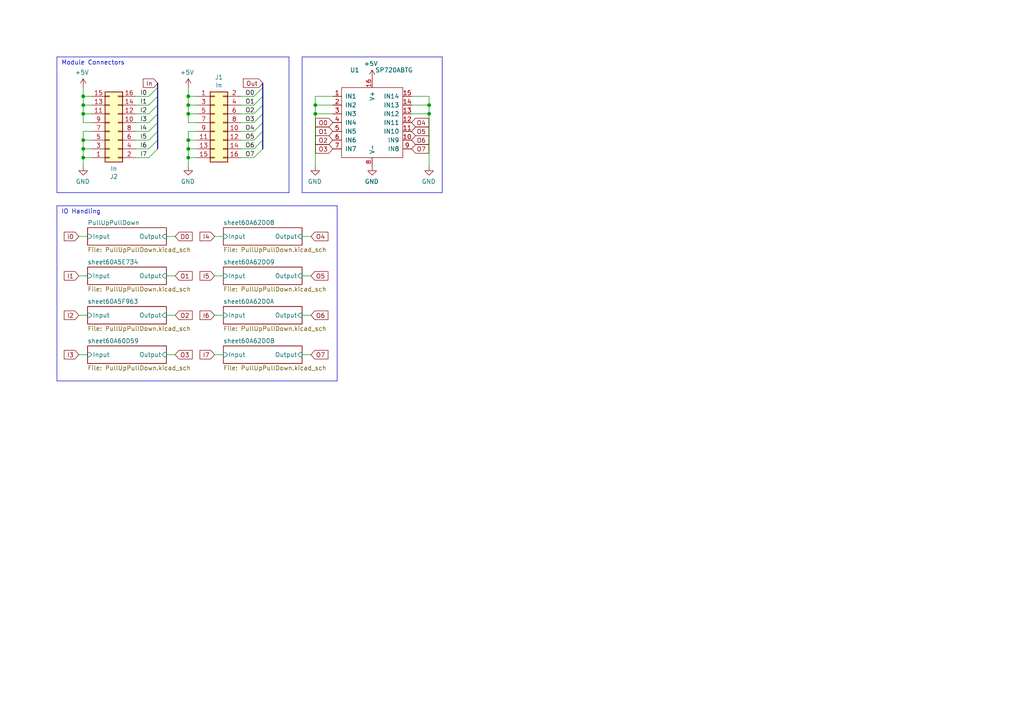
<source format=kicad_sch>
(kicad_sch (version 20230121) (generator eeschema)
  (paper "A4")
  (title_block (title "KTANE Physical Edition - Pull Up/Down Module") (date "2021-04-17") (rev "1") (company "Designed by Melair") (comment 1 "Port module for control board, with pull up, pull down, tvs and optional output resistance."))
  (lib_symbols
    (symbol "Connector_Generic:Conn_02x08_Odd_Even" (pin_names (offset 1.016) hide)
      (property "Reference" "J" (at 1.27 10.16 0))
      (property "Value" "Conn_02x08_Odd_Even" (at 1.27 -12.7 0))
      (symbol "Conn_02x08_Odd_Even_1_1"
        (rectangle (start -1.27 -10.033) (end 0 -10.287) (stroke (width 0.1524)))
        (rectangle (start -1.27 -7.493) (end 0 -7.747) (stroke (width 0.1524)))
        (rectangle (start -1.27 -4.953) (end 0 -5.207) (stroke (width 0.1524)))
        (rectangle (start -1.27 -2.413) (end 0 -2.667) (stroke (width 0.1524)))
        (rectangle (start -1.27 0.127) (end 0 -0.127) (stroke (width 0.1524)))
        (rectangle (start -1.27 2.667) (end 0 2.413) (stroke (width 0.1524)))
        (rectangle (start -1.27 5.207) (end 0 4.953) (stroke (width 0.1524)))
        (rectangle (start -1.27 7.747) (end 0 7.493) (stroke (width 0.1524)))
        (rectangle (start -1.27 8.89) (end 3.81 -11.43) (stroke (width 0.254)) (fill (type background)))
        (rectangle (start 3.81 -10.033) (end 2.54 -10.287) (stroke (width 0.1524)))
        (rectangle (start 3.81 -7.493) (end 2.54 -7.747) (stroke (width 0.1524)))
        (rectangle (start 3.81 -4.953) (end 2.54 -5.207) (stroke (width 0.1524)))
        (rectangle (start 3.81 -2.413) (end 2.54 -2.667) (stroke (width 0.1524)))
        (rectangle (start 3.81 0.127) (end 2.54 -0.127) (stroke (width 0.1524)))
        (rectangle (start 3.81 2.667) (end 2.54 2.413) (stroke (width 0.1524)))
        (rectangle (start 3.81 5.207) (end 2.54 4.953) (stroke (width 0.1524)))
        (rectangle (start 3.81 7.747) (end 2.54 7.493) (stroke (width 0.1524)))
        (pin passive line (at -5.08 7.62 0) (length 3.81) (name "Pin_1") (number "1"))
        (pin passive line (at 7.62 -2.54 180) (length 3.81) (name "Pin_10") (number "10"))
        (pin passive line (at -5.08 -5.08 0) (length 3.81) (name "Pin_11") (number "11"))
        (pin passive line (at 7.62 -5.08 180) (length 3.81) (name "Pin_12") (number "12"))
        (pin passive line (at -5.08 -7.62 0) (length 3.81) (name "Pin_13") (number "13"))
        (pin passive line (at 7.62 -7.62 180) (length 3.81) (name "Pin_14") (number "14"))
        (pin passive line (at -5.08 -10.16 0) (length 3.81) (name "Pin_15") (number "15"))
        (pin passive line (at 7.62 -10.16 180) (length 3.81) (name "Pin_16") (number "16"))
        (pin passive line (at 7.62 7.62 180) (length 3.81) (name "Pin_2") (number "2"))
        (pin passive line (at -5.08 5.08 0) (length 3.81) (name "Pin_3") (number "3"))
        (pin passive line (at 7.62 5.08 180) (length 3.81) (name "Pin_4") (number "4"))
        (pin passive line (at -5.08 2.54 0) (length 3.81) (name "Pin_5") (number "5"))
        (pin passive line (at 7.62 2.54 180) (length 3.81) (name "Pin_6") (number "6"))
        (pin passive line (at -5.08 0 0) (length 3.81) (name "Pin_7") (number "7"))
        (pin passive line (at 7.62 0 180) (length 3.81) (name "Pin_8") (number "8"))
        (pin passive line (at -5.08 -2.54 0) (length 3.81) (name "Pin_9") (number "9"))
      )
    )
    (symbol "KTANE:SP720ABTG" (pin_names (offset 1.016))
      (property "Reference" "U" (at -7.62 11.43 0))
      (property "Value" "SP720ABTG" (at 7.62 11.43 0))
      (symbol "SP720ABTG_0_1"
        (rectangle (start -8.89 10.16) (end 8.89 -10.16))
      )
      (symbol "SP720ABTG_1_1"
        (pin input line (at -11.43 7.62 0) (length 2.54) (name "IN1") (number "1"))
        (pin input line (at 11.43 -5.08 180) (length 2.54) (name "IN9") (number "10"))
        (pin input line (at 11.43 -2.54 180) (length 2.54) (name "IN10") (number "11"))
        (pin input line (at 11.43 0 180) (length 2.54) (name "IN11") (number "12"))
        (pin input line (at 11.43 2.54 180) (length 2.54) (name "IN12") (number "13"))
        (pin input line (at 11.43 5.08 180) (length 2.54) (name "IN13") (number "14"))
        (pin input line (at 11.43 7.62 180) (length 2.54) (name "IN14") (number "15"))
        (pin power_in line (at 0 12.7 270) (length 2.54) (name "V+") (number "16"))
        (pin input line (at -11.43 5.08 0) (length 2.54) (name "IN2") (number "2"))
        (pin input line (at -11.43 2.54 0) (length 2.54) (name "IN3") (number "3"))
        (pin input line (at -11.43 0 0) (length 2.54) (name "IN4") (number "4"))
        (pin input line (at -11.43 -2.54 0) (length 2.54) (name "IN5") (number "5"))
        (pin input line (at -11.43 -5.08 0) (length 2.54) (name "IN6") (number "6"))
        (pin input line (at -11.43 -7.62 0) (length 2.54) (name "IN7") (number "7"))
        (pin power_in line (at 0 -12.7 90) (length 2.54) (name "V-") (number "8"))
        (pin input line (at 11.43 -7.62 180) (length 2.54) (name "IN8") (number "9"))
      )
    )
    (symbol "power:+5V" (power) (pin_names (offset 0))
      (property "Value" "+5V" (at 0 3.556 0))
      (symbol "+5V_0_1"
        (polyline (pts (xy -0.762 1.27) (xy 0 2.54)))
        (polyline (pts (xy 0 0) (xy 0 2.54)))
        (polyline (pts (xy 0 2.54) (xy 0.762 1.27)))
      )
      (symbol "+5V_1_1"
        (pin power_in line (at 0 0 90) (length 0) hide (name "+5V") (number "1"))
      )
    )
    (symbol "power:GND" (power) (pin_names (offset 0))
      (property "Value" "GND" (at 0 -3.81 0))
      (symbol "GND_0_1"
        (polyline (pts (xy 0 0) (xy 0 -1.27) (xy 1.27 -1.27) (xy 0 -2.54) (xy -1.27 -1.27) (xy 0 -1.27)))
      )
      (symbol "GND_1_1"
        (pin power_in line (at 0 0 270) (length 0) hide (name "GND") (number "1"))
      )
    )
  )
  (junction (at 54.61 40.64))
  (junction (at 91.44 30.48))
  (junction (at 124.46 33.02))
  (junction (at 54.61 33.02))
  (junction (at 54.61 30.48))
  (junction (at 24.13 40.64))
  (junction (at 24.13 27.94))
  (junction (at 24.13 33.02))
  (junction (at 24.13 45.72))
  (junction (at 54.61 43.18))
  (junction (at 91.44 33.02))
  (junction (at 24.13 30.48))
  (junction (at 54.61 27.94))
  (junction (at 24.13 43.18))
  (junction (at 54.61 45.72))
  (junction (at 124.46 30.48))
  (bus_entry (at 76.2 38.1) (size -2.54 2.54))
  (bus_entry (at 45.72 33.02) (size -2.54 2.54))
  (bus_entry (at 76.2 25.4) (size -2.54 2.54))
  (bus_entry (at 45.72 35.56) (size -2.54 2.54))
  (bus_entry (at 45.72 40.64) (size -2.54 2.54))
  (bus_entry (at 45.72 30.48) (size -2.54 2.54))
  (bus_entry (at 45.72 38.1) (size -2.54 2.54))
  (bus_entry (at 45.72 27.94) (size -2.54 2.54))
  (bus_entry (at 76.2 40.64) (size -2.54 2.54))
  (bus_entry (at 45.72 43.18) (size -2.54 2.54))
  (bus_entry (at 76.2 33.02) (size -2.54 2.54))
  (bus_entry (at 45.72 25.4) (size -2.54 2.54))
  (bus_entry (at 76.2 43.18) (size -2.54 2.54))
  (bus_entry (at 76.2 27.94) (size -2.54 2.54))
  (bus_entry (at 76.2 35.56) (size -2.54 2.54))
  (bus_entry (at 76.2 30.48) (size -2.54 2.54))
  (wire (pts (xy 69.85 40.64) (xy 73.66 40.64)))
  (wire (pts (xy 48.26 80.01) (xy 50.8 80.01)))
  (wire (pts (xy 57.15 38.1) (xy 54.61 38.1)))
  (wire (pts (xy 24.13 33.02) (xy 24.13 30.48)))
  (wire (pts (xy 57.15 33.02) (xy 54.61 33.02)))
  (bus (pts (xy 45.72 35.56) (xy 45.72 38.1)))
  (wire (pts (xy 62.23 102.87) (xy 64.77 102.87)))
  (wire (pts (xy 124.46 33.02) (xy 124.46 48.26)))
  (wire (pts (xy 119.38 30.48) (xy 124.46 30.48)))
  (wire (pts (xy 26.67 38.1) (xy 24.13 38.1)))
  (wire (pts (xy 24.13 27.94) (xy 24.13 25.4)))
  (bus (pts (xy 45.72 30.48) (xy 45.72 33.02)))
  (wire (pts (xy 43.18 38.1) (xy 39.37 38.1)))
  (bus (pts (xy 45.72 33.02) (xy 45.72 35.56)))
  (wire (pts (xy 43.18 33.02) (xy 39.37 33.02)))
  (bus (pts (xy 45.72 25.4) (xy 45.72 27.94)))
  (bus (pts (xy 76.2 30.48) (xy 76.2 33.02)))
  (wire (pts (xy 91.44 27.94) (xy 91.44 30.48)))
  (wire (pts (xy 57.15 45.72) (xy 54.61 45.72)))
  (wire (pts (xy 54.61 33.02) (xy 54.61 30.48)))
  (wire (pts (xy 39.37 35.56) (xy 43.18 35.56)))
  (bus (pts (xy 76.2 38.1) (xy 76.2 40.64)))
  (wire (pts (xy 87.63 80.01) (xy 90.17 80.01)))
  (wire (pts (xy 73.66 45.72) (xy 69.85 45.72)))
  (wire (pts (xy 87.63 91.44) (xy 90.17 91.44)))
  (wire (pts (xy 119.38 27.94) (xy 124.46 27.94)))
  (wire (pts (xy 91.44 33.02) (xy 91.44 48.26)))
  (wire (pts (xy 48.26 102.87) (xy 50.8 102.87)))
  (wire (pts (xy 22.86 102.87) (xy 25.4 102.87)))
  (wire (pts (xy 62.23 68.58) (xy 64.77 68.58)))
  (wire (pts (xy 26.67 40.64) (xy 24.13 40.64)))
  (wire (pts (xy 73.66 38.1) (xy 69.85 38.1)))
  (wire (pts (xy 73.66 33.02) (xy 69.85 33.02)))
  (wire (pts (xy 26.67 43.18) (xy 24.13 43.18)))
  (wire (pts (xy 22.86 68.58) (xy 25.4 68.58)))
  (wire (pts (xy 73.66 27.94) (xy 69.85 27.94)))
  (polyline (pts (xy 87.63 16.51) (xy 87.63 55.88)))
  (wire (pts (xy 54.61 43.18) (xy 54.61 45.72)))
  (wire (pts (xy 26.67 33.02) (xy 24.13 33.02)))
  (polyline (pts (xy 87.63 55.88) (xy 128.27 55.88)))
  (wire (pts (xy 54.61 27.94) (xy 54.61 25.4)))
  (wire (pts (xy 87.63 102.87) (xy 90.17 102.87)))
  (wire (pts (xy 57.15 40.64) (xy 54.61 40.64)))
  (wire (pts (xy 43.18 27.94) (xy 39.37 27.94)))
  (wire (pts (xy 24.13 40.64) (xy 24.13 43.18)))
  (polyline (pts (xy 83.82 16.51) (xy 83.82 55.88)))
  (wire (pts (xy 26.67 45.72) (xy 24.13 45.72)))
  (wire (pts (xy 87.63 68.58) (xy 90.17 68.58)))
  (wire (pts (xy 73.66 43.18) (xy 69.85 43.18)))
  (wire (pts (xy 57.15 27.94) (xy 54.61 27.94)))
  (bus (pts (xy 45.72 24.13) (xy 45.72 25.4)))
  (wire (pts (xy 124.46 27.94) (xy 124.46 30.48)))
  (wire (pts (xy 119.38 33.02) (xy 124.46 33.02)))
  (polyline (pts (xy 16.51 59.69) (xy 97.79 59.69)))
  (bus (pts (xy 76.2 24.13) (xy 76.2 25.4)))
  (bus (pts (xy 76.2 25.4) (xy 76.2 27.94)))
  (polyline (pts (xy 128.27 55.88) (xy 128.27 16.51)))
  (polyline (pts (xy 97.79 59.69) (xy 97.79 110.49)))
  (wire (pts (xy 48.26 91.44) (xy 50.8 91.44)))
  (wire (pts (xy 39.37 30.48) (xy 43.18 30.48)))
  (wire (pts (xy 91.44 33.02) (xy 96.52 33.02)))
  (bus (pts (xy 45.72 38.1) (xy 45.72 40.64)))
  (wire (pts (xy 57.15 43.18) (xy 54.61 43.18)))
  (bus (pts (xy 76.2 40.64) (xy 76.2 43.18)))
  (polyline (pts (xy 16.51 55.88) (xy 16.51 16.51)))
  (polyline (pts (xy 97.79 110.49) (xy 16.51 110.49)))
  (wire (pts (xy 43.18 45.72) (xy 39.37 45.72)))
  (wire (pts (xy 39.37 40.64) (xy 43.18 40.64)))
  (wire (pts (xy 54.61 40.64) (xy 54.61 43.18)))
  (bus (pts (xy 76.2 33.02) (xy 76.2 35.56)))
  (polyline (pts (xy 83.82 55.88) (xy 16.51 55.88)))
  (wire (pts (xy 124.46 30.48) (xy 124.46 33.02)))
  (wire (pts (xy 69.85 30.48) (xy 73.66 30.48)))
  (polyline (pts (xy 16.51 110.49) (xy 16.51 59.69)))
  (wire (pts (xy 48.26 68.58) (xy 50.8 68.58)))
  (wire (pts (xy 24.13 38.1) (xy 24.13 40.64)))
  (wire (pts (xy 26.67 35.56) (xy 24.13 35.56)))
  (wire (pts (xy 54.61 38.1) (xy 54.61 40.64)))
  (wire (pts (xy 62.23 80.01) (xy 64.77 80.01)))
  (wire (pts (xy 26.67 30.48) (xy 24.13 30.48)))
  (bus (pts (xy 45.72 40.64) (xy 45.72 43.18)))
  (wire (pts (xy 91.44 30.48) (xy 91.44 33.02)))
  (polyline (pts (xy 16.51 16.51) (xy 83.82 16.51)))
  (wire (pts (xy 24.13 35.56) (xy 24.13 33.02)))
  (wire (pts (xy 54.61 30.48) (xy 54.61 27.94)))
  (wire (pts (xy 96.52 27.94) (xy 91.44 27.94)))
  (wire (pts (xy 24.13 45.72) (xy 24.13 48.26)))
  (wire (pts (xy 22.86 91.44) (xy 25.4 91.44)))
  (polyline (pts (xy 128.27 16.51) (xy 87.63 16.51)))
  (bus (pts (xy 45.72 27.94) (xy 45.72 30.48)))
  (wire (pts (xy 62.23 91.44) (xy 64.77 91.44)))
  (wire (pts (xy 54.61 35.56) (xy 54.61 33.02)))
  (bus (pts (xy 76.2 35.56) (xy 76.2 38.1)))
  (wire (pts (xy 24.13 43.18) (xy 24.13 45.72)))
  (wire (pts (xy 96.52 30.48) (xy 91.44 30.48)))
  (wire (pts (xy 26.67 27.94) (xy 24.13 27.94)))
  (wire (pts (xy 57.15 35.56) (xy 54.61 35.56)))
  (wire (pts (xy 54.61 45.72) (xy 54.61 48.26)))
  (wire (pts (xy 43.18 43.18) (xy 39.37 43.18)))
  (bus (pts (xy 76.2 27.94) (xy 76.2 30.48)))
  (wire (pts (xy 57.15 30.48) (xy 54.61 30.48)))
  (wire (pts (xy 22.86 80.01) (xy 25.4 80.01)))
  (wire (pts (xy 69.85 35.56) (xy 73.66 35.56)))
  (wire (pts (xy 24.13 30.48) (xy 24.13 27.94)))
  (text "Module Connectors" (at 17.78 19.05 0) (effects (font (size 1.27 1.27)) (justify left bottom)))
  (text "IO Handling" (at 17.78 62.23 0) (effects (font (size 1.27 1.27)) (justify left bottom)))
  (label "O6" (at 71.12 43.18 0))
  (label "O2" (at 71.12 33.02 0))
  (label "I7" (at 40.64 45.72 0))
  (label "I3" (at 40.64 35.56 0))
  (label "I1" (at 40.64 30.48 0))
  (label "O7" (at 71.12 45.72 0))
  (label "I4" (at 40.64 38.1 0))
  (label "O1" (at 71.12 30.48 0))
  (label "O4" (at 71.12 38.1 0))
  (label "O0" (at 71.12 27.94 0))
  (label "O5" (at 71.12 40.64 0))
  (label "I0" (at 40.64 27.94 0))
  (label "I6" (at 40.64 43.18 0))
  (label "O3" (at 71.12 35.56 0))
  (label "I5" (at 40.64 40.64 0))
  (label "I2" (at 40.64 33.02 0))
  (global_label "I2" (shape input) (at 22.86 91.44 180) (property "Intersheetrefs" "${INTERSHEET_REFS}" (effects hide)))
  (global_label "O7" (shape input) (at 90.17 102.87 0) (property "Intersheetrefs" "${INTERSHEET_REFS}" (effects hide)))
  (global_label "O2" (shape input) (at 50.8 91.44 0) (property "Intersheetrefs" "${INTERSHEET_REFS}" (effects hide)))
  (global_label "I1" (shape input) (at 22.86 80.01 180) (property "Intersheetrefs" "${INTERSHEET_REFS}" (effects hide)))
  (global_label "O6" (shape input) (at 90.17 91.44 0) (property "Intersheetrefs" "${INTERSHEET_REFS}" (effects hide)))
  (global_label "O3" (shape input) (at 50.8 102.87 0) (property "Intersheetrefs" "${INTERSHEET_REFS}" (effects hide)))
  (global_label "O6" (shape input) (at 119.38 40.64 0) (property "Intersheetrefs" "${INTERSHEET_REFS}" (effects hide)))
  (global_label "O4" (shape input) (at 119.38 35.56 0) (property "Intersheetrefs" "${INTERSHEET_REFS}" (effects hide)))
  (global_label "I0" (shape input) (at 22.86 68.58 180) (property "Intersheetrefs" "${INTERSHEET_REFS}" (effects hide)))
  (global_label "O7" (shape input) (at 119.38 43.18 0) (property "Intersheetrefs" "${INTERSHEET_REFS}" (effects hide)))
  (global_label "O1" (shape input) (at 50.8 80.01 0) (property "Intersheetrefs" "${INTERSHEET_REFS}" (effects hide)))
  (global_label "O5" (shape input) (at 119.38 38.1 0) (property "Intersheetrefs" "${INTERSHEET_REFS}" (effects hide)))
  (global_label "O2" (shape input) (at 96.52 40.64 180) (property "Intersheetrefs" "${INTERSHEET_REFS}" (effects hide)))
  (global_label "I7" (shape input) (at 62.23 102.87 180) (property "Intersheetrefs" "${INTERSHEET_REFS}" (effects hide)))
  (global_label "Out" (shape input) (at 76.2 24.13 180) (property "Intersheetrefs" "${INTERSHEET_REFS}" (effects hide)))
  (global_label "O1" (shape input) (at 96.52 38.1 180) (property "Intersheetrefs" "${INTERSHEET_REFS}" (effects hide)))
  (global_label "I6" (shape input) (at 62.23 91.44 180) (property "Intersheetrefs" "${INTERSHEET_REFS}" (effects hide)))
  (global_label "O0" (shape input) (at 50.8 68.58 0) (property "Intersheetrefs" "${INTERSHEET_REFS}" (effects hide)))
  (global_label "O0" (shape input) (at 96.52 35.56 180) (property "Intersheetrefs" "${INTERSHEET_REFS}" (effects hide)))
  (global_label "I4" (shape input) (at 62.23 68.58 180) (property "Intersheetrefs" "${INTERSHEET_REFS}" (effects hide)))
  (global_label "O5" (shape input) (at 90.17 80.01 0) (property "Intersheetrefs" "${INTERSHEET_REFS}" (effects hide)))
  (global_label "O4" (shape input) (at 90.17 68.58 0) (property "Intersheetrefs" "${INTERSHEET_REFS}" (effects hide)))
  (global_label "I5" (shape input) (at 62.23 80.01 180) (property "Intersheetrefs" "${INTERSHEET_REFS}" (effects hide)))
  (global_label "I3" (shape input) (at 22.86 102.87 180) (property "Intersheetrefs" "${INTERSHEET_REFS}" (effects hide)))
  (global_label "In" (shape input) (at 45.72 24.13 180) (property "Intersheetrefs" "${INTERSHEET_REFS}" (effects hide)))
  (global_label "O3" (shape input) (at 96.52 43.18 180) (property "Intersheetrefs" "${INTERSHEET_REFS}" (effects hide)))
  (symbol (lib_id "Connector_Generic:Conn_02x08_Odd_Even") (at 31.75 38.1 0) (mirror x) (unit 1)
    (property "Reference" "J2" (at 33.02 51.2318 0))
    (property "Value" "In" (at 33.02 48.9204 0))
    (property "Footprint" "Custom:PinHeader_2x08_P2.54mm_Vertical-Centered" (effects hide))
  )
  (symbol (lib_id "power:GND") (at 91.44 48.26 0) (mirror y) (unit 1)
    (property "Reference" "#PWR0101" (effects hide))
    (property "Value" "GND" (at 91.313 52.6542 0))
  )
  (symbol (lib_id "power:GND") (at 54.61 48.26 0) (mirror y) (unit 1)
    (property "Reference" "#PWR05" (effects hide))
    (property "Value" "GND" (at 54.483 52.6542 0))
  )
  (symbol (lib_id "power:+5V") (at 54.61 25.4 0) (mirror y) (unit 1)
    (property "Reference" "#PWR03" (effects hide))
    (property "Value" "+5V" (at 54.229 21.0058 0))
  )
  (symbol (lib_id "Connector_Generic:Conn_02x08_Odd_Even") (at 62.23 35.56 0) (unit 1)
    (property "Reference" "J1" (at 63.5 22.4282 0))
    (property "Value" "In" (at 63.5 24.7396 0))
    (property "Footprint" "Custom:PinHeader_2x08_P2.54mm_Vertical-Centered" (effects hide))
  )
  (symbol (lib_id "KTANE:SP720ABTG") (at 107.95 35.56 0) (unit 1)
    (property "Reference" "U1" (at 102.87 20.32 0))
    (property "Value" "SP720ABTG" (at 114.3 20.32 0))
    (property "Footprint" "Package_SO:SOIC-16_3.9x9.9mm_P1.27mm" (effects hide))
  )
  (symbol (lib_id "power:+5V") (at 107.95 22.86 0) (mirror y) (unit 1)
    (property "Reference" "#PWR01" (effects hide))
    (property "Value" "+5V" (at 107.569 18.4658 0))
  )
  (symbol (lib_id "power:GND") (at 107.95 48.26 0) (mirror y) (unit 1)
    (property "Reference" "#PWR06" (effects hide))
    (property "Value" "GND" (at 107.823 52.6542 0))
  )
  (symbol (lib_id "power:GND") (at 24.13 48.26 0) (mirror y) (unit 1)
    (property "Reference" "#PWR04" (effects hide))
    (property "Value" "GND" (at 24.003 52.6542 0))
  )
  (symbol (lib_id "power:GND") (at 124.46 48.26 0) (mirror y) (unit 1)
    (property "Reference" "#PWR07" (effects hide))
    (property "Value" "GND" (at 124.333 52.6542 0))
  )
  (symbol (lib_id "power:+5V") (at 24.13 25.4 0) (mirror y) (unit 1)
    (property "Reference" "#PWR02" (effects hide))
    (property "Value" "+5V" (at 23.749 21.0058 0))
  )
  (sheet (at 25.4 66.04) (size 22.86 5.08)
    (property "Sheetname" "PullUpPullDown" (at 25.4 65.3284 0) (effects (justify left bottom)))
    (property "Sheetfile" "PullUpPullDown.kicad_sch" (at 25.4 71.7046 0) (effects (justify left top)))
    (pin "Input" input (at 25.4 68.58 180))
    (pin "Output" input (at 48.26 68.58 0))
  )
  (sheet (at 25.4 77.47) (size 22.86 5.08)
    (property "Sheetname" "sheet60A5E734" (at 25.4 76.7584 0) (effects (justify left bottom)))
    (property "Sheetfile" "PullUpPullDown.kicad_sch" (at 25.4 83.1346 0) (effects (justify left top)))
    (pin "Input" input (at 25.4 80.01 180))
    (pin "Output" input (at 48.26 80.01 0))
  )
  (sheet (at 25.4 88.9) (size 22.86 5.08)
    (property "Sheetname" "sheet60A5F963" (at 25.4 88.1884 0) (effects (justify left bottom)))
    (property "Sheetfile" "PullUpPullDown.kicad_sch" (at 25.4 94.5646 0) (effects (justify left top)))
    (pin "Input" input (at 25.4 91.44 180))
    (pin "Output" input (at 48.26 91.44 0))
  )
  (sheet (at 25.4 100.33) (size 22.86 5.08)
    (property "Sheetname" "sheet60A60D59" (at 25.4 99.6184 0) (effects (justify left bottom)))
    (property "Sheetfile" "PullUpPullDown.kicad_sch" (at 25.4 105.9946 0) (effects (justify left top)))
    (pin "Input" input (at 25.4 102.87 180))
    (pin "Output" input (at 48.26 102.87 0))
  )
  (sheet (at 64.77 66.04) (size 22.86 5.08)
    (property "Sheetname" "sheet60A62D08" (at 64.77 65.3284 0) (effects (justify left bottom)))
    (property "Sheetfile" "PullUpPullDown.kicad_sch" (at 64.77 71.7046 0) (effects (justify left top)))
    (pin "Input" input (at 64.77 68.58 180))
    (pin "Output" input (at 87.63 68.58 0))
  )
  (sheet (at 64.77 77.47) (size 22.86 5.08)
    (property "Sheetname" "sheet60A62D09" (at 64.77 76.7584 0) (effects (justify left bottom)))
    (property "Sheetfile" "PullUpPullDown.kicad_sch" (at 64.77 83.1346 0) (effects (justify left top)))
    (pin "Input" input (at 64.77 80.01 180))
    (pin "Output" input (at 87.63 80.01 0))
  )
  (sheet (at 64.77 88.9) (size 22.86 5.08)
    (property "Sheetname" "sheet60A62D0A" (at 64.77 88.1884 0) (effects (justify left bottom)))
    (property "Sheetfile" "PullUpPullDown.kicad_sch" (at 64.77 94.5646 0) (effects (justify left top)))
    (pin "Input" input (at 64.77 91.44 180))
    (pin "Output" input (at 87.63 91.44 0))
  )
  (sheet (at 64.77 100.33) (size 22.86 5.08)
    (property "Sheetname" "sheet60A62D0B" (at 64.77 99.6184 0) (effects (justify left bottom)))
    (property "Sheetfile" "PullUpPullDown.kicad_sch" (at 64.77 105.9946 0) (effects (justify left top)))
    (pin "Input" input (at 64.77 102.87 180))
    (pin "Output" input (at 87.63 102.87 0))
  )
)
</source>
